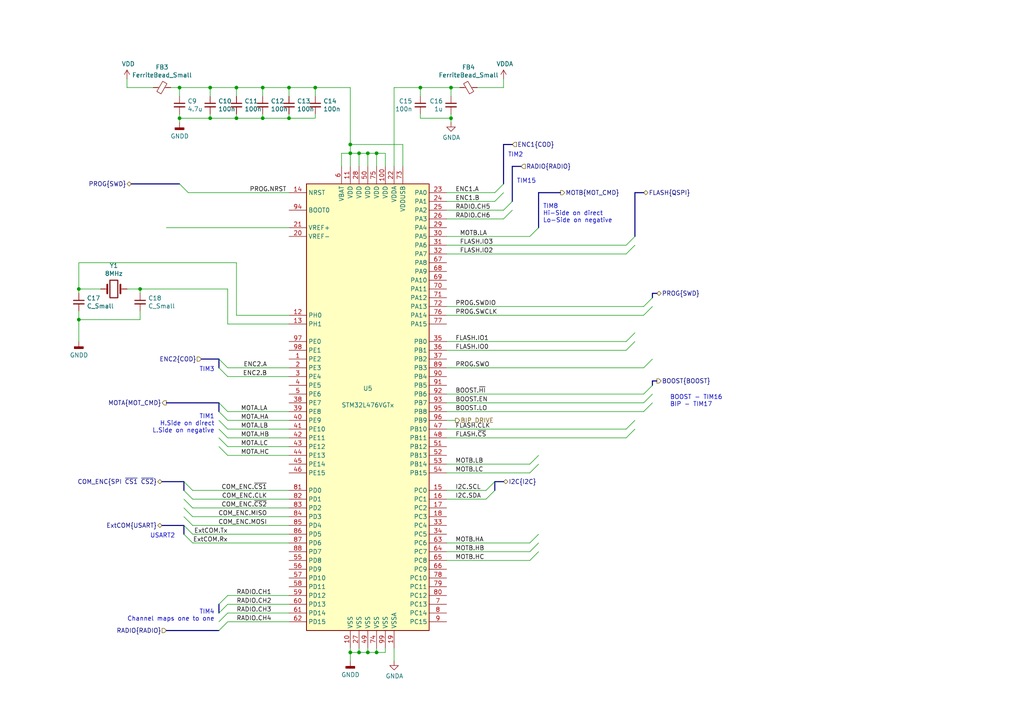
<source format=kicad_sch>
(kicad_sch (version 20210621) (generator eeschema)
  (paper "A4")
  (lib_symbols
    (symbol "Device:C_Small" (pin_numbers hide) (pin_names (offset 0.254) hide)
      (property "Reference" "C" (at 0.254 1.778 0))
      (property "Value" "C_Small" (at 0.254 -2.032 0))
      (symbol "C_Small_0_1"
        (polyline (pts (xy -1.524 -0.508) (xy 1.524 -0.508)) (stroke (width 0.3302)))
        (polyline (pts (xy -1.524 0.508) (xy 1.524 0.508)) (stroke (width 0.3048)))
      )
      (symbol "C_Small_1_1"
        (pin passive line (at 0 2.54 270) (length 2.032) (name "~") (number "1"))
        (pin passive line (at 0 -2.54 90) (length 2.032) (name "~") (number "2"))
      )
    )
    (symbol "Device:Crystal" (pin_numbers hide) (pin_names (offset 1.016) hide)
      (property "Reference" "Y" (at 0 3.81 0))
      (property "Value" "Crystal" (at 0 -3.81 0))
      (symbol "Crystal_0_1"
        (rectangle (start -1.143 2.54) (end 1.143 -2.54) (stroke (width 0.3048)))
        (polyline (pts (xy -2.54 0) (xy -1.905 0)))
        (polyline (pts (xy -1.905 -1.27) (xy -1.905 1.27)) (stroke (width 0.508)))
        (polyline (pts (xy 1.905 -1.27) (xy 1.905 1.27)) (stroke (width 0.508)))
        (polyline (pts (xy 2.54 0) (xy 1.905 0)))
      )
      (symbol "Crystal_1_1"
        (pin passive line (at -3.81 0 0) (length 1.27) (name "1") (number "1"))
        (pin passive line (at 3.81 0 180) (length 1.27) (name "2") (number "2"))
      )
    )
    (symbol "Device:FerriteBead_Small" (pin_numbers hide) (pin_names (offset 0))
      (property "Reference" "FB" (at 1.905 1.27 0))
      (property "Value" "FerriteBead_Small" (at 1.905 -1.27 0))
      (symbol "FerriteBead_Small_0_1"
        (polyline (pts (xy 0 -1.27) (xy 0 -0.7874)))
        (polyline (pts (xy 0 0.889) (xy 0 1.2954)))
        (polyline (pts (xy -1.8288 0.2794) (xy -1.1176 1.4986) (xy 1.8288 -0.2032) (xy 1.1176 -1.4224) (xy -1.8288 0.2794)))
      )
      (symbol "FerriteBead_Small_1_1"
        (pin passive line (at 0 2.54 270) (length 1.27) (name "~") (number "1"))
        (pin passive line (at 0 -2.54 90) (length 1.27) (name "~") (number "2"))
      )
    )
    (symbol "MCU_ST_STM32L4:STM32L476VGTx"
      (property "Reference" "U" (at -17.78 64.77 0))
      (property "Value" "STM32L476VGTx" (at 12.7 64.77 0))
      (symbol "STM32L476VGTx_0_1"
        (rectangle (start -17.78 -66.04) (end 17.78 63.5) (stroke (width 0.254)) (fill (type background)))
      )
      (symbol "STM32L476VGTx_1_1"
        (pin bidirectional line (at -22.86 12.7 0) (length 5.08) (name "PE2") (number "1"))
        (pin power_in line (at -5.08 -71.12 90) (length 5.08) (name "VSS") (number "10"))
        (pin power_in line (at 5.08 68.58 270) (length 5.08) (name "VDD") (number "100"))
        (pin power_in line (at -5.08 68.58 270) (length 5.08) (name "VDD") (number "11"))
        (pin input line (at -22.86 25.4 0) (length 5.08) (name "PH0") (number "12"))
        (pin input line (at -22.86 22.86 0) (length 5.08) (name "PH1") (number "13"))
        (pin input line (at -22.86 60.96 0) (length 5.08) (name "NRST") (number "14"))
        (pin bidirectional line (at 22.86 -25.4 180) (length 5.08) (name "PC0") (number "15"))
        (pin bidirectional line (at 22.86 -27.94 180) (length 5.08) (name "PC1") (number "16"))
        (pin bidirectional line (at 22.86 -30.48 180) (length 5.08) (name "PC2") (number "17"))
        (pin bidirectional line (at 22.86 -33.02 180) (length 5.08) (name "PC3") (number "18"))
        (pin power_in line (at 7.62 -71.12 90) (length 5.08) (name "VSSA") (number "19"))
        (pin bidirectional line (at -22.86 10.16 0) (length 5.08) (name "PE3") (number "2"))
        (pin power_in line (at -22.86 48.26 0) (length 5.08) (name "VREF-") (number "20"))
        (pin bidirectional line (at -22.86 50.8 0) (length 5.08) (name "VREF+") (number "21"))
        (pin power_in line (at 7.62 68.58 270) (length 5.08) (name "VDDA") (number "22"))
        (pin bidirectional line (at 22.86 60.96 180) (length 5.08) (name "PA0") (number "23"))
        (pin bidirectional line (at 22.86 58.42 180) (length 5.08) (name "PA1") (number "24"))
        (pin bidirectional line (at 22.86 55.88 180) (length 5.08) (name "PA2") (number "25"))
        (pin bidirectional line (at 22.86 53.34 180) (length 5.08) (name "PA3") (number "26"))
        (pin power_in line (at -2.54 -71.12 90) (length 5.08) (name "VSS") (number "27"))
        (pin power_in line (at -2.54 68.58 270) (length 5.08) (name "VDD") (number "28"))
        (pin bidirectional line (at 22.86 50.8 180) (length 5.08) (name "PA4") (number "29"))
        (pin bidirectional line (at -22.86 7.62 0) (length 5.08) (name "PE4") (number "3"))
        (pin bidirectional line (at 22.86 48.26 180) (length 5.08) (name "PA5") (number "30"))
        (pin bidirectional line (at 22.86 45.72 180) (length 5.08) (name "PA6") (number "31"))
        (pin bidirectional line (at 22.86 43.18 180) (length 5.08) (name "PA7") (number "32"))
        (pin bidirectional line (at 22.86 -35.56 180) (length 5.08) (name "PC4") (number "33"))
        (pin bidirectional line (at 22.86 -38.1 180) (length 5.08) (name "PC5") (number "34"))
        (pin bidirectional line (at 22.86 17.78 180) (length 5.08) (name "PB0") (number "35"))
        (pin bidirectional line (at 22.86 15.24 180) (length 5.08) (name "PB1") (number "36"))
        (pin bidirectional line (at 22.86 12.7 180) (length 5.08) (name "PB2") (number "37"))
        (pin bidirectional line (at -22.86 0 0) (length 5.08) (name "PE7") (number "38"))
        (pin bidirectional line (at -22.86 -2.54 0) (length 5.08) (name "PE8") (number "39"))
        (pin bidirectional line (at -22.86 5.08 0) (length 5.08) (name "PE5") (number "4"))
        (pin bidirectional line (at -22.86 -5.08 0) (length 5.08) (name "PE9") (number "40"))
        (pin bidirectional line (at -22.86 -7.62 0) (length 5.08) (name "PE10") (number "41"))
        (pin bidirectional line (at -22.86 -10.16 0) (length 5.08) (name "PE11") (number "42"))
        (pin bidirectional line (at -22.86 -12.7 0) (length 5.08) (name "PE12") (number "43"))
        (pin bidirectional line (at -22.86 -15.24 0) (length 5.08) (name "PE13") (number "44"))
        (pin bidirectional line (at -22.86 -17.78 0) (length 5.08) (name "PE14") (number "45"))
        (pin bidirectional line (at -22.86 -20.32 0) (length 5.08) (name "PE15") (number "46"))
        (pin bidirectional line (at 22.86 -7.62 180) (length 5.08) (name "PB10") (number "47"))
        (pin bidirectional line (at 22.86 -10.16 180) (length 5.08) (name "PB11") (number "48"))
        (pin power_in line (at 0 -71.12 90) (length 5.08) (name "VSS") (number "49"))
        (pin bidirectional line (at -22.86 2.54 0) (length 5.08) (name "PE6") (number "5"))
        (pin power_in line (at 0 68.58 270) (length 5.08) (name "VDD") (number "50"))
        (pin bidirectional line (at 22.86 -12.7 180) (length 5.08) (name "PB12") (number "51"))
        (pin bidirectional line (at 22.86 -15.24 180) (length 5.08) (name "PB13") (number "52"))
        (pin bidirectional line (at 22.86 -17.78 180) (length 5.08) (name "PB14") (number "53"))
        (pin bidirectional line (at 22.86 -20.32 180) (length 5.08) (name "PB15") (number "54"))
        (pin bidirectional line (at -22.86 -45.72 0) (length 5.08) (name "PD8") (number "55"))
        (pin bidirectional line (at -22.86 -48.26 0) (length 5.08) (name "PD9") (number "56"))
        (pin bidirectional line (at -22.86 -50.8 0) (length 5.08) (name "PD10") (number "57"))
        (pin bidirectional line (at -22.86 -53.34 0) (length 5.08) (name "PD11") (number "58"))
        (pin bidirectional line (at -22.86 -55.88 0) (length 5.08) (name "PD12") (number "59"))
        (pin power_in line (at -7.62 68.58 270) (length 5.08) (name "VBAT") (number "6"))
        (pin bidirectional line (at -22.86 -58.42 0) (length 5.08) (name "PD13") (number "60"))
        (pin bidirectional line (at -22.86 -60.96 0) (length 5.08) (name "PD14") (number "61"))
        (pin bidirectional line (at -22.86 -63.5 0) (length 5.08) (name "PD15") (number "62"))
        (pin bidirectional line (at 22.86 -40.64 180) (length 5.08) (name "PC6") (number "63"))
        (pin bidirectional line (at 22.86 -43.18 180) (length 5.08) (name "PC7") (number "64"))
        (pin bidirectional line (at 22.86 -45.72 180) (length 5.08) (name "PC8") (number "65"))
        (pin bidirectional line (at 22.86 -48.26 180) (length 5.08) (name "PC9") (number "66"))
        (pin bidirectional line (at 22.86 40.64 180) (length 5.08) (name "PA8") (number "67"))
        (pin bidirectional line (at 22.86 38.1 180) (length 5.08) (name "PA9") (number "68"))
        (pin bidirectional line (at 22.86 35.56 180) (length 5.08) (name "PA10") (number "69"))
        (pin bidirectional line (at 22.86 -58.42 180) (length 5.08) (name "PC13") (number "7"))
        (pin bidirectional line (at 22.86 33.02 180) (length 5.08) (name "PA11") (number "70"))
        (pin bidirectional line (at 22.86 30.48 180) (length 5.08) (name "PA12") (number "71"))
        (pin bidirectional line (at 22.86 27.94 180) (length 5.08) (name "PA13") (number "72"))
        (pin power_in line (at 10.16 68.58 270) (length 5.08) (name "VDDUSB") (number "73"))
        (pin power_in line (at 2.54 -71.12 90) (length 5.08) (name "VSS") (number "74"))
        (pin power_in line (at 2.54 68.58 270) (length 5.08) (name "VDD") (number "75"))
        (pin bidirectional line (at 22.86 25.4 180) (length 5.08) (name "PA14") (number "76"))
        (pin bidirectional line (at 22.86 22.86 180) (length 5.08) (name "PA15") (number "77"))
        (pin bidirectional line (at 22.86 -50.8 180) (length 5.08) (name "PC10") (number "78"))
        (pin bidirectional line (at 22.86 -53.34 180) (length 5.08) (name "PC11") (number "79"))
        (pin bidirectional line (at 22.86 -60.96 180) (length 5.08) (name "PC14") (number "8"))
        (pin bidirectional line (at 22.86 -55.88 180) (length 5.08) (name "PC12") (number "80"))
        (pin bidirectional line (at -22.86 -25.4 0) (length 5.08) (name "PD0") (number "81"))
        (pin bidirectional line (at -22.86 -27.94 0) (length 5.08) (name "PD1") (number "82"))
        (pin bidirectional line (at -22.86 -30.48 0) (length 5.08) (name "PD2") (number "83"))
        (pin bidirectional line (at -22.86 -33.02 0) (length 5.08) (name "PD3") (number "84"))
        (pin bidirectional line (at -22.86 -35.56 0) (length 5.08) (name "PD4") (number "85"))
        (pin bidirectional line (at -22.86 -38.1 0) (length 5.08) (name "PD5") (number "86"))
        (pin bidirectional line (at -22.86 -40.64 0) (length 5.08) (name "PD6") (number "87"))
        (pin bidirectional line (at -22.86 -43.18 0) (length 5.08) (name "PD7") (number "88"))
        (pin bidirectional line (at 22.86 10.16 180) (length 5.08) (name "PB3") (number "89"))
        (pin bidirectional line (at 22.86 -63.5 180) (length 5.08) (name "PC15") (number "9"))
        (pin bidirectional line (at 22.86 7.62 180) (length 5.08) (name "PB4") (number "90"))
        (pin bidirectional line (at 22.86 5.08 180) (length 5.08) (name "PB5") (number "91"))
        (pin bidirectional line (at 22.86 2.54 180) (length 5.08) (name "PB6") (number "92"))
        (pin bidirectional line (at 22.86 0 180) (length 5.08) (name "PB7") (number "93"))
        (pin input line (at -22.86 55.88 0) (length 5.08) (name "BOOT0") (number "94"))
        (pin bidirectional line (at 22.86 -2.54 180) (length 5.08) (name "PB8") (number "95"))
        (pin bidirectional line (at 22.86 -5.08 180) (length 5.08) (name "PB9") (number "96"))
        (pin bidirectional line (at -22.86 17.78 0) (length 5.08) (name "PE0") (number "97"))
        (pin bidirectional line (at -22.86 15.24 0) (length 5.08) (name "PE1") (number "98"))
        (pin power_in line (at 5.08 -71.12 90) (length 5.08) (name "VSS") (number "99"))
      )
    )
    (symbol "power:GNDA" (power) (pin_names (offset 0))
      (property "Value" "GNDA" (at 0 -3.81 0))
      (symbol "GNDA_0_1"
        (polyline (pts (xy 0 0) (xy 0 -1.27) (xy 1.27 -1.27) (xy 0 -2.54) (xy -1.27 -1.27) (xy 0 -1.27)))
      )
      (symbol "GNDA_1_1"
        (pin power_in line (at 0 0 270) (length 0) hide (name "GNDA") (number "1"))
      )
    )
    (symbol "power:GNDD" (power) (pin_names (offset 0))
      (property "Value" "GNDD" (at 0 -3.175 0))
      (symbol "GNDD_0_1"
        (rectangle (start -1.27 -1.524) (end 1.27 -2.032) (stroke (width 0.254)) (fill (type outline)))
        (polyline (pts (xy 0 0) (xy 0 -1.524)))
      )
      (symbol "GNDD_1_1"
        (pin power_in line (at 0 0 270) (length 0) hide (name "GNDD") (number "1"))
      )
    )
    (symbol "power:VDD" (power) (pin_names (offset 0))
      (property "Value" "VDD" (at 0 3.81 0))
      (symbol "VDD_0_1"
        (polyline (pts (xy -0.762 1.27) (xy 0 2.54)))
        (polyline (pts (xy 0 0) (xy 0 2.54)))
        (polyline (pts (xy 0 2.54) (xy 0.762 1.27)))
      )
      (symbol "VDD_1_1"
        (pin power_in line (at 0 0 90) (length 0) hide (name "VDD") (number "1"))
      )
    )
    (symbol "power:VDDA" (power) (pin_names (offset 0))
      (property "Value" "VDDA" (at 0 3.81 0))
      (symbol "VDDA_0_1"
        (polyline (pts (xy -0.762 1.27) (xy 0 2.54)))
        (polyline (pts (xy 0 0) (xy 0 2.54)))
        (polyline (pts (xy 0 2.54) (xy 0.762 1.27)))
      )
      (symbol "VDDA_1_1"
        (pin power_in line (at 0 0 90) (length 0) hide (name "VDDA") (number "1"))
      )
    )
  )
  (bus_alias "RADIO" (members "CH1" "CH2" "CH3" "CH4" "CH5" "CH6"))
  (bus_alias "SPI" (members "MOSI" "MISO" "CLK"))
  (bus_alias "MOT_CMD" (members "H_{A}" "H_{B}" "H_{C}" "L_{A}" "L_{B}" "L_{C}"))
  (bus_alias "SWD" (members "SWDIO" "SWCLK" "SWO" "NRST"))
  (bus_alias "COD" (members "A" "B" "I"))
  (bus_alias "USART" (members "Rx" "Tx"))
  (bus_alias "QSPI" (members "IO[0..3]" "CLK" "~{CS}"))
  (junction (at 22.86 83.82) (diameter 0.9144))
  (junction (at 22.86 92.71) (diameter 0.9144))
  (junction (at 40.64 83.82) (diameter 0.9144))
  (junction (at 52.07 25.4) (diameter 0.9144))
  (junction (at 52.07 34.29) (diameter 0.9144))
  (junction (at 60.96 25.4) (diameter 0.9144))
  (junction (at 60.96 34.29) (diameter 0.9144))
  (junction (at 68.58 25.4) (diameter 0.9144))
  (junction (at 68.58 34.29) (diameter 0.9144))
  (junction (at 76.2 25.4) (diameter 0.9144))
  (junction (at 76.2 34.29) (diameter 0.9144))
  (junction (at 83.82 25.4) (diameter 0.9144))
  (junction (at 83.82 34.29) (diameter 0.9144))
  (junction (at 91.44 25.4) (diameter 0.9144))
  (junction (at 101.6 41.91) (diameter 0.9144))
  (junction (at 101.6 44.45) (diameter 0.9144))
  (junction (at 101.6 189.23) (diameter 0.9144))
  (junction (at 104.14 44.45) (diameter 0.9144))
  (junction (at 104.14 189.23) (diameter 0.9144))
  (junction (at 106.68 44.45) (diameter 0.9144))
  (junction (at 106.68 189.23) (diameter 0.9144))
  (junction (at 109.22 44.45) (diameter 0.9144))
  (junction (at 109.22 189.23) (diameter 0.9144))
  (junction (at 121.92 25.4) (diameter 0.9144))
  (junction (at 130.81 25.4) (diameter 0.9144))
  (junction (at 130.81 34.29) (diameter 0.9144))
  (bus_entry (at 52.07 53.34) (size 2.54 2.54) (stroke (width 0.1524)))
  (bus_entry (at 53.34 139.7) (size 2.54 2.54) (stroke (width 0.1524)))
  (bus_entry (at 53.34 142.24) (size 2.54 2.54) (stroke (width 0.1524)))
  (bus_entry (at 53.34 144.78) (size 2.54 2.54) (stroke (width 0.1524)))
  (bus_entry (at 53.34 147.32) (size 2.54 2.54) (stroke (width 0.1524)))
  (bus_entry (at 53.34 149.86) (size 2.54 2.54) (stroke (width 0.1524)))
  (bus_entry (at 53.34 152.4) (size 2.54 2.54) (stroke (width 0.1524)))
  (bus_entry (at 53.34 154.94) (size 2.54 2.54) (stroke (width 0.1524)))
  (bus_entry (at 63.5 104.14) (size 2.54 2.54) (stroke (width 0.1524)))
  (bus_entry (at 63.5 106.68) (size 2.54 2.54) (stroke (width 0.1524)))
  (bus_entry (at 63.5 116.84) (size 2.54 2.54) (stroke (width 0.1524)))
  (bus_entry (at 63.5 119.38) (size 2.54 2.54) (stroke (width 0.1524)))
  (bus_entry (at 63.5 121.92) (size 2.54 2.54) (stroke (width 0.1524)))
  (bus_entry (at 63.5 124.46) (size 2.54 2.54) (stroke (width 0.1524)))
  (bus_entry (at 63.5 127) (size 2.54 2.54) (stroke (width 0.1524)))
  (bus_entry (at 63.5 129.54) (size 2.54 2.54) (stroke (width 0.1524)))
  (bus_entry (at 63.5 175.26) (size 2.54 -2.54) (stroke (width 0.1524)))
  (bus_entry (at 63.5 177.8) (size 2.54 -2.54) (stroke (width 0.1524)))
  (bus_entry (at 63.5 180.34) (size 2.54 -2.54) (stroke (width 0.1524)))
  (bus_entry (at 63.5 182.88) (size 2.54 -2.54) (stroke (width 0.1524)))
  (bus_entry (at 143.51 139.7) (size -2.54 2.54) (stroke (width 0.1524)))
  (bus_entry (at 143.51 142.24) (size -2.54 2.54) (stroke (width 0.1524)))
  (bus_entry (at 146.05 53.34) (size -2.54 2.54) (stroke (width 0.1524)))
  (bus_entry (at 146.05 55.88) (size -2.54 2.54) (stroke (width 0.1524)))
  (bus_entry (at 148.59 58.42) (size -2.54 2.54) (stroke (width 0.1524)))
  (bus_entry (at 148.59 60.96) (size -2.54 2.54) (stroke (width 0.1524)))
  (bus_entry (at 156.21 66.04) (size -2.54 2.54) (stroke (width 0.1524)))
  (bus_entry (at 156.21 132.08) (size -2.54 2.54) (stroke (width 0.1524)))
  (bus_entry (at 156.21 134.62) (size -2.54 2.54) (stroke (width 0.1524)))
  (bus_entry (at 156.21 154.94) (size -2.54 2.54) (stroke (width 0.1524)))
  (bus_entry (at 156.21 157.48) (size -2.54 2.54) (stroke (width 0.1524)))
  (bus_entry (at 156.21 160.02) (size -2.54 2.54) (stroke (width 0.1524)))
  (bus_entry (at 184.15 68.58) (size -2.54 2.54) (stroke (width 0.1524)))
  (bus_entry (at 184.15 71.12) (size -2.54 2.54) (stroke (width 0.1524)))
  (bus_entry (at 184.15 96.52) (size -2.54 2.54) (stroke (width 0.1524)))
  (bus_entry (at 184.15 99.06) (size -2.54 2.54) (stroke (width 0.1524)))
  (bus_entry (at 184.15 121.92) (size -2.54 2.54) (stroke (width 0.1524)))
  (bus_entry (at 184.15 124.46) (size -2.54 2.54) (stroke (width 0.1524)))
  (bus_entry (at 189.23 86.36) (size -2.54 2.54) (stroke (width 0.1524)))
  (bus_entry (at 189.23 88.9) (size -2.54 2.54) (stroke (width 0.1524)))
  (bus_entry (at 189.23 104.14) (size -2.54 2.54) (stroke (width 0.1524)))
  (bus_entry (at 189.23 111.76) (size -2.54 2.54) (stroke (width 0.1524)))
  (bus_entry (at 189.23 114.3) (size -2.54 2.54) (stroke (width 0.1524)))
  (bus_entry (at 189.23 116.84) (size -2.54 2.54) (stroke (width 0.1524)))
  (wire (pts (xy 22.86 76.2) (xy 68.58 76.2)))
  (wire (pts (xy 22.86 83.82) (xy 22.86 76.2)))
  (wire (pts (xy 22.86 83.82) (xy 29.21 83.82)))
  (wire (pts (xy 22.86 85.09) (xy 22.86 83.82)))
  (wire (pts (xy 22.86 90.17) (xy 22.86 92.71)))
  (wire (pts (xy 22.86 92.71) (xy 22.86 99.06)))
  (wire (pts (xy 22.86 92.71) (xy 40.64 92.71)))
  (wire (pts (xy 36.83 25.4) (xy 36.83 22.86)))
  (wire (pts (xy 36.83 83.82) (xy 40.64 83.82)))
  (wire (pts (xy 40.64 83.82) (xy 40.64 85.09)))
  (wire (pts (xy 40.64 83.82) (xy 66.04 83.82)))
  (wire (pts (xy 40.64 92.71) (xy 40.64 90.17)))
  (wire (pts (xy 44.45 25.4) (xy 36.83 25.4)))
  (wire (pts (xy 49.53 25.4) (xy 52.07 25.4)))
  (wire (pts (xy 52.07 25.4) (xy 52.07 27.94)))
  (wire (pts (xy 52.07 25.4) (xy 60.96 25.4)))
  (wire (pts (xy 52.07 33.02) (xy 52.07 34.29)))
  (wire (pts (xy 52.07 34.29) (xy 52.07 35.56)))
  (wire (pts (xy 52.07 34.29) (xy 60.96 34.29)))
  (wire (pts (xy 54.61 55.88) (xy 83.82 55.88)))
  (wire (pts (xy 55.88 142.24) (xy 83.82 142.24)))
  (wire (pts (xy 55.88 144.78) (xy 83.82 144.78)))
  (wire (pts (xy 55.88 147.32) (xy 83.82 147.32)))
  (wire (pts (xy 55.88 149.86) (xy 83.82 149.86)))
  (wire (pts (xy 55.88 152.4) (xy 83.82 152.4)))
  (wire (pts (xy 60.96 25.4) (xy 60.96 27.94)))
  (wire (pts (xy 60.96 25.4) (xy 68.58 25.4)))
  (wire (pts (xy 60.96 34.29) (xy 60.96 33.02)))
  (wire (pts (xy 60.96 34.29) (xy 68.58 34.29)))
  (wire (pts (xy 66.04 83.82) (xy 66.04 93.98)))
  (wire (pts (xy 66.04 93.98) (xy 83.82 93.98)))
  (wire (pts (xy 66.04 119.38) (xy 83.82 119.38)))
  (wire (pts (xy 66.04 121.92) (xy 83.82 121.92)))
  (wire (pts (xy 66.04 124.46) (xy 83.82 124.46)))
  (wire (pts (xy 66.04 127) (xy 83.82 127)))
  (wire (pts (xy 66.04 129.54) (xy 83.82 129.54)))
  (wire (pts (xy 66.04 132.08) (xy 83.82 132.08)))
  (wire (pts (xy 66.04 172.72) (xy 83.82 172.72)))
  (wire (pts (xy 66.04 175.26) (xy 83.82 175.26)))
  (wire (pts (xy 66.04 177.8) (xy 83.82 177.8)))
  (wire (pts (xy 66.04 180.34) (xy 83.82 180.34)))
  (wire (pts (xy 68.58 25.4) (xy 68.58 27.94)))
  (wire (pts (xy 68.58 25.4) (xy 76.2 25.4)))
  (wire (pts (xy 68.58 34.29) (xy 68.58 33.02)))
  (wire (pts (xy 68.58 34.29) (xy 76.2 34.29)))
  (wire (pts (xy 68.58 76.2) (xy 68.58 91.44)))
  (wire (pts (xy 68.58 91.44) (xy 83.82 91.44)))
  (wire (pts (xy 76.2 25.4) (xy 76.2 27.94)))
  (wire (pts (xy 76.2 25.4) (xy 83.82 25.4)))
  (wire (pts (xy 76.2 34.29) (xy 76.2 33.02)))
  (wire (pts (xy 76.2 34.29) (xy 83.82 34.29)))
  (wire (pts (xy 83.82 25.4) (xy 83.82 27.94)))
  (wire (pts (xy 83.82 25.4) (xy 91.44 25.4)))
  (wire (pts (xy 83.82 34.29) (xy 83.82 33.02)))
  (wire (pts (xy 83.82 34.29) (xy 91.44 34.29)))
  (wire (pts (xy 83.82 66.04) (xy 48.26 66.04)))
  (wire (pts (xy 83.82 106.68) (xy 66.04 106.68)))
  (wire (pts (xy 83.82 109.22) (xy 66.04 109.22)))
  (wire (pts (xy 83.82 154.94) (xy 55.88 154.94)))
  (wire (pts (xy 83.82 157.48) (xy 55.88 157.48)))
  (wire (pts (xy 91.44 25.4) (xy 91.44 27.94)))
  (wire (pts (xy 91.44 25.4) (xy 101.6 25.4)))
  (wire (pts (xy 91.44 34.29) (xy 91.44 33.02)))
  (wire (pts (xy 99.06 44.45) (xy 101.6 44.45)))
  (wire (pts (xy 99.06 48.26) (xy 99.06 44.45)))
  (wire (pts (xy 101.6 25.4) (xy 101.6 41.91)))
  (wire (pts (xy 101.6 41.91) (xy 101.6 44.45)))
  (wire (pts (xy 101.6 44.45) (xy 101.6 48.26)))
  (wire (pts (xy 101.6 187.96) (xy 101.6 189.23)))
  (wire (pts (xy 101.6 189.23) (xy 101.6 191.77)))
  (wire (pts (xy 101.6 189.23) (xy 104.14 189.23)))
  (wire (pts (xy 104.14 44.45) (xy 101.6 44.45)))
  (wire (pts (xy 104.14 48.26) (xy 104.14 44.45)))
  (wire (pts (xy 104.14 187.96) (xy 104.14 189.23)))
  (wire (pts (xy 104.14 189.23) (xy 106.68 189.23)))
  (wire (pts (xy 106.68 44.45) (xy 104.14 44.45)))
  (wire (pts (xy 106.68 48.26) (xy 106.68 44.45)))
  (wire (pts (xy 106.68 187.96) (xy 106.68 189.23)))
  (wire (pts (xy 106.68 189.23) (xy 109.22 189.23)))
  (wire (pts (xy 109.22 44.45) (xy 106.68 44.45)))
  (wire (pts (xy 109.22 48.26) (xy 109.22 44.45)))
  (wire (pts (xy 109.22 189.23) (xy 109.22 187.96)))
  (wire (pts (xy 109.22 189.23) (xy 111.76 189.23)))
  (wire (pts (xy 111.76 44.45) (xy 109.22 44.45)))
  (wire (pts (xy 111.76 48.26) (xy 111.76 44.45)))
  (wire (pts (xy 111.76 189.23) (xy 111.76 187.96)))
  (wire (pts (xy 114.3 25.4) (xy 121.92 25.4)))
  (wire (pts (xy 114.3 48.26) (xy 114.3 25.4)))
  (wire (pts (xy 114.3 187.96) (xy 114.3 191.77)))
  (wire (pts (xy 116.84 41.91) (xy 101.6 41.91)))
  (wire (pts (xy 116.84 41.91) (xy 116.84 48.26)))
  (wire (pts (xy 121.92 25.4) (xy 121.92 27.94)))
  (wire (pts (xy 121.92 34.29) (xy 121.92 33.02)))
  (wire (pts (xy 129.54 55.88) (xy 143.51 55.88)))
  (wire (pts (xy 129.54 58.42) (xy 143.51 58.42)))
  (wire (pts (xy 129.54 60.96) (xy 146.05 60.96)))
  (wire (pts (xy 129.54 63.5) (xy 146.05 63.5)))
  (wire (pts (xy 129.54 68.58) (xy 153.67 68.58)))
  (wire (pts (xy 129.54 71.12) (xy 181.61 71.12)))
  (wire (pts (xy 129.54 73.66) (xy 181.61 73.66)))
  (wire (pts (xy 129.54 88.9) (xy 186.69 88.9)))
  (wire (pts (xy 129.54 91.44) (xy 186.69 91.44)))
  (wire (pts (xy 129.54 99.06) (xy 181.61 99.06)))
  (wire (pts (xy 129.54 101.6) (xy 181.61 101.6)))
  (wire (pts (xy 129.54 106.68) (xy 186.69 106.68)))
  (wire (pts (xy 129.54 114.3) (xy 186.69 114.3)))
  (wire (pts (xy 129.54 116.84) (xy 186.69 116.84)))
  (wire (pts (xy 129.54 119.38) (xy 186.69 119.38)))
  (wire (pts (xy 129.54 121.92) (xy 132.08 121.92)))
  (wire (pts (xy 129.54 124.46) (xy 181.61 124.46)))
  (wire (pts (xy 129.54 127) (xy 181.61 127)))
  (wire (pts (xy 129.54 134.62) (xy 153.67 134.62)))
  (wire (pts (xy 129.54 137.16) (xy 153.67 137.16)))
  (wire (pts (xy 129.54 142.24) (xy 140.97 142.24)))
  (wire (pts (xy 129.54 144.78) (xy 140.97 144.78)))
  (wire (pts (xy 129.54 157.48) (xy 153.67 157.48)))
  (wire (pts (xy 129.54 160.02) (xy 153.67 160.02)))
  (wire (pts (xy 129.54 162.56) (xy 153.67 162.56)))
  (wire (pts (xy 130.81 25.4) (xy 121.92 25.4)))
  (wire (pts (xy 130.81 25.4) (xy 130.81 27.94)))
  (wire (pts (xy 130.81 33.02) (xy 130.81 34.29)))
  (wire (pts (xy 130.81 34.29) (xy 121.92 34.29)))
  (wire (pts (xy 130.81 34.29) (xy 130.81 35.56)))
  (wire (pts (xy 133.35 25.4) (xy 130.81 25.4)))
  (wire (pts (xy 138.43 25.4) (xy 146.05 25.4)))
  (wire (pts (xy 146.05 25.4) (xy 146.05 22.86)))
  (bus (pts (xy 38.1 53.34) (xy 52.07 53.34)))
  (bus (pts (xy 46.99 139.7) (xy 53.34 139.7)))
  (bus (pts (xy 46.99 152.4) (xy 53.34 152.4)))
  (bus (pts (xy 48.26 116.84) (xy 63.5 116.84)))
  (bus (pts (xy 48.26 182.88) (xy 63.5 182.88)))
  (bus (pts (xy 53.34 139.7) (xy 53.34 149.86)))
  (bus (pts (xy 53.34 152.4) (xy 53.34 154.94)))
  (bus (pts (xy 58.42 104.14) (xy 63.5 104.14)))
  (bus (pts (xy 63.5 104.14) (xy 63.5 106.68)))
  (bus (pts (xy 63.5 116.84) (xy 63.5 129.54)))
  (bus (pts (xy 63.5 175.26) (xy 63.5 182.88)))
  (bus (pts (xy 143.51 139.7) (xy 143.51 142.24)))
  (bus (pts (xy 146.05 41.91) (xy 146.05 55.88)))
  (bus (pts (xy 146.05 139.7) (xy 143.51 139.7)))
  (bus (pts (xy 148.59 41.91) (xy 146.05 41.91)))
  (bus (pts (xy 148.59 48.26) (xy 148.59 60.96)))
  (bus (pts (xy 148.59 48.26) (xy 151.13 48.26)))
  (bus (pts (xy 156.21 55.88) (xy 156.21 160.02)))
  (bus (pts (xy 156.21 55.88) (xy 162.56 55.88)))
  (bus (pts (xy 184.15 55.88) (xy 184.15 124.46)))
  (bus (pts (xy 186.69 55.88) (xy 184.15 55.88)))
  (bus (pts (xy 189.23 85.09) (xy 189.23 104.14)))
  (bus (pts (xy 189.23 85.09) (xy 190.5 85.09)))
  (bus (pts (xy 189.23 110.49) (xy 189.23 116.84)))
  (bus (pts (xy 190.5 110.49) (xy 189.23 110.49)))
  (text "USART2" (at 50.8 156.21 180) (effects (font (size 1.27 1.27)) (justify right bottom)))
  (text "TIM3" (at 62.23 107.95 180) (effects (font (size 1.27 1.27)) (justify right bottom)))
  (text "TIM1\nH.Side on direct\nL.Side on negative" (at 62.23 125.73 180) (effects (font (size 1.27 1.27)) (justify right bottom)))
  (text "TIM4\nChannel maps one to one" (at 62.23 180.34 180) (effects (font (size 1.27 1.27)) (justify right bottom)))
  (text "TIM2" (at 147.32 45.72 0) (effects (font (size 1.27 1.27)) (justify left bottom)))
  (text "TIM15" (at 149.86 53.34 0) (effects (font (size 1.27 1.27)) (justify left bottom)))
  (text "TIM8\nHi-Side on direct\nLo-Side on negative" (at 157.48 64.77 0) (effects (font (size 1.27 1.27)) (justify left bottom)))
  (text "BOOST - TIM16\nBIP - TIM17" (at 194.31 118.11 0) (effects (font (size 1.27 1.27)) (justify left bottom)))
  (label "ExtCOM.Tx" (at 66.04 154.94 180))
  (label "ExtCOM.Rx" (at 66.04 157.48 180))
  (label "RADIO.CH1" (at 68.58 172.72 0))
  (label "RADIO.CH2" (at 68.58 175.26 0))
  (label "RADIO.CH3" (at 68.58 177.8 0))
  (label "RADIO.CH4" (at 68.58 180.34 0))
  (label "MOTA.LA" (at 69.85 119.38 0))
  (label "MOTA.HA" (at 69.85 121.92 0))
  (label "MOTA.LB" (at 69.85 124.46 0))
  (label "MOTA.HB" (at 69.85 127 0))
  (label "MOTA.LC" (at 69.85 129.54 0))
  (label "MOTA.HC" (at 69.85 132.08 0))
  (label "PROG.NRST" (at 72.39 55.88 0))
  (label "ENC2.A" (at 77.47 106.68 180))
  (label "ENC2.B" (at 77.47 109.22 180))
  (label "COM_ENC.~{CS1}" (at 77.47 142.24 180))
  (label "COM_ENC.CLK" (at 77.47 144.78 180))
  (label "COM_ENC.~{CS2}" (at 77.47 147.32 180))
  (label "COM_ENC.MISO" (at 77.47 149.86 180))
  (label "COM_ENC.MOSI" (at 77.47 152.4 180))
  (label "ENC1.A" (at 132.08 55.88 0))
  (label "ENC1.B" (at 132.08 58.42 0))
  (label "RADIO.CH5" (at 132.08 60.96 0))
  (label "RADIO.CH6" (at 132.08 63.5 0))
  (label "PROG.SWDIO" (at 132.08 88.9 0))
  (label "PROG.SWCLK" (at 132.08 91.44 0))
  (label "FLASH.IO1" (at 132.08 99.06 0))
  (label "FLASH.IO0" (at 132.08 101.6 0))
  (label "PROG.SWO" (at 132.08 106.68 0))
  (label "BOOST.~{HI}" (at 132.08 114.3 0))
  (label "BOOST.EN" (at 132.08 116.84 0))
  (label "BOOST.LO" (at 132.08 119.38 0))
  (label "FLASH.CLK" (at 132.08 124.46 0))
  (label "FLASH.~{CS}" (at 132.08 127 0))
  (label "MOTB.LB" (at 132.08 134.62 0))
  (label "MOTB.LC" (at 132.08 137.16 0))
  (label "I2C.SCL" (at 132.08 142.24 0))
  (label "I2C.SDA" (at 132.08 144.78 0))
  (label "MOTB.HA" (at 132.08 157.48 0))
  (label "MOTB.HB" (at 132.08 160.02 0))
  (label "MOTB.HC" (at 132.08 162.56 0))
  (label "MOTB.LA" (at 133.35 68.58 0))
  (label "FLASH.IO3" (at 133.35 71.12 0))
  (label "FLASH.IO2" (at 133.35 73.66 0))
  (hierarchical_label "PROG{SWD}" (shape bidirectional) (at 38.1 53.34 180))
  (hierarchical_label "COM_ENC{SPI ~{CS1} ~{CS2}}" (shape bidirectional) (at 46.99 139.7 180))
  (hierarchical_label "ExtCOM{USART}" (shape bidirectional) (at 46.99 152.4 180))
  (hierarchical_label "MOTA{MOT_CMD}" (shape output) (at 48.26 116.84 180))
  (hierarchical_label "RADIO{RADIO}" (shape input) (at 48.26 182.88 180))
  (hierarchical_label "ENC2{COD}" (shape input) (at 58.42 104.14 180))
  (hierarchical_label "BIP_DRIVE" (shape output) (at 132.08 121.92 0))
  (hierarchical_label "I2C{I2C}" (shape bidirectional) (at 146.05 139.7 0))
  (hierarchical_label "ENC1{COD}" (shape input) (at 148.59 41.91 0))
  (hierarchical_label "RADIO{RADIO}" (shape input) (at 151.13 48.26 0))
  (hierarchical_label "MOTB{MOT_CMD}" (shape output) (at 162.56 55.88 0))
  (hierarchical_label "FLASH{QSPI}" (shape bidirectional) (at 186.69 55.88 0))
  (hierarchical_label "PROG{SWD}" (shape bidirectional) (at 190.5 85.09 0))
  (hierarchical_label "BOOST{BOOST}" (shape output) (at 190.5 110.49 0))
  (symbol (lib_id "power:VDD") (at 36.83 22.86 0) (unit 1)
    (property "Reference" "#PWR021" (effects hide))
    (property "Value" "VDD" (at 37.1983 18.5356 0))
  )
  (symbol (lib_id "power:VDDA") (at 146.05 22.86 0) (unit 1)
    (property "Reference" "#PWR022" (effects hide))
    (property "Value" "VDDA" (at 146.4183 18.5356 0))
  )
  (symbol (lib_id "power:GNDD") (at 22.86 99.06 0) (unit 1)
    (property "Reference" "#PWR025" (effects hide))
    (property "Value" "GNDD" (at 22.9108 103.0034 0))
  )
  (symbol (lib_id "power:GNDD") (at 52.07 35.56 0) (unit 1)
    (property "Reference" "#PWR023" (effects hide))
    (property "Value" "GNDD" (at 52.1208 39.5034 0))
  )
  (symbol (lib_id "power:GNDD") (at 101.6 191.77 0) (unit 1)
    (property "Reference" "#PWR026" (effects hide))
    (property "Value" "GNDD" (at 101.6508 195.7134 0))
  )
  (symbol (lib_id "power:GNDA") (at 114.3 191.77 0) (unit 1)
    (property "Reference" "#PWR027" (effects hide))
    (property "Value" "GNDA" (at 114.4143 196.0944 0))
  )
  (symbol (lib_id "power:GNDA") (at 130.81 35.56 0) (unit 1)
    (property "Reference" "#PWR024" (effects hide))
    (property "Value" "GNDA" (at 130.9243 39.8844 0))
  )
  (symbol (lib_id "Device:C_Small") (at 22.86 87.63 0) (unit 1)
    (property "Reference" "C17" (at 25.1842 86.4806 0) (effects (justify left)))
    (property "Value" "C_Small" (at 25.1842 88.7793 0) (effects (justify left)))
  )
  (symbol (lib_id "Device:C_Small") (at 40.64 87.63 0) (unit 1)
    (property "Reference" "C18" (at 42.9642 86.4806 0) (effects (justify left)))
    (property "Value" "C_Small" (at 42.9642 88.7793 0) (effects (justify left)))
  )
  (symbol (lib_id "Device:C_Small") (at 52.07 30.48 0) (unit 1)
    (property "Reference" "C9" (at 54.3942 29.3306 0) (effects (justify left)))
    (property "Value" "4.7u" (at 54.3942 31.6293 0) (effects (justify left)))
  )
  (symbol (lib_id "Device:C_Small") (at 60.96 30.48 0) (unit 1)
    (property "Reference" "C10" (at 63.2842 29.3306 0) (effects (justify left)))
    (property "Value" "100n" (at 63.2842 31.6293 0) (effects (justify left)))
  )
  (symbol (lib_id "Device:C_Small") (at 68.58 30.48 0) (unit 1)
    (property "Reference" "C11" (at 70.9042 29.3306 0) (effects (justify left)))
    (property "Value" "100n" (at 70.9042 31.6293 0) (effects (justify left)))
  )
  (symbol (lib_id "Device:C_Small") (at 76.2 30.48 0) (unit 1)
    (property "Reference" "C12" (at 78.5242 29.3306 0) (effects (justify left)))
    (property "Value" "100n" (at 78.5242 31.6293 0) (effects (justify left)))
  )
  (symbol (lib_id "Device:C_Small") (at 83.82 30.48 0) (unit 1)
    (property "Reference" "C13" (at 86.1442 29.3306 0) (effects (justify left)))
    (property "Value" "100n" (at 86.1442 31.6293 0) (effects (justify left)))
  )
  (symbol (lib_id "Device:C_Small") (at 91.44 30.48 0) (unit 1)
    (property "Reference" "C14" (at 93.7642 29.3306 0) (effects (justify left)))
    (property "Value" "100n" (at 93.7642 31.6293 0) (effects (justify left)))
  )
  (symbol (lib_id "Device:C_Small") (at 121.92 30.48 0) (mirror y) (unit 1)
    (property "Reference" "C15" (at 119.5958 29.3306 0) (effects (justify left)))
    (property "Value" "100n" (at 119.5958 31.6293 0) (effects (justify left)))
  )
  (symbol (lib_id "Device:C_Small") (at 130.81 30.48 0) (mirror y) (unit 1)
    (property "Reference" "C16" (at 128.4858 29.3306 0) (effects (justify left)))
    (property "Value" "1u" (at 128.4858 31.6293 0) (effects (justify left)))
  )
  (symbol (lib_id "Device:FerriteBead_Small") (at 46.99 25.4 90) (unit 1)
    (property "Reference" "FB3" (at 46.99 19.488 90))
    (property "Value" "FerriteBead_Small" (at 46.99 21.7867 90))
  )
  (symbol (lib_id "Device:FerriteBead_Small") (at 135.89 25.4 270) (mirror x) (unit 1)
    (property "Reference" "FB4" (at 135.89 19.488 90))
    (property "Value" "FerriteBead_Small" (at 135.89 21.7867 90))
  )
  (symbol (lib_id "Device:Crystal") (at 33.02 83.82 0) (unit 1)
    (property "Reference" "Y1" (at 33.02 77.0444 0))
    (property "Value" "8MHz" (at 33.02 79.3431 0))
  )
  (symbol (lib_id "MCU_ST_STM32L4:STM32L476VGTx") (at 106.68 116.84 0) (unit 1)
    (property "Reference" "U5" (at 106.68 112.6554 0))
    (property "Value" "STM32L476VGTx" (at 106.68 117.4941 0))
    (property "Footprint" "Package_QFP:LQFP-100_14x14mm_P0.5mm" (effects hide))
    (property "Datasheet" "http://www.st.com/st-web-ui/static/active/en/resource/technical/document/datasheet/DM00108832.pdf" (effects hide))
  )
)
</source>
